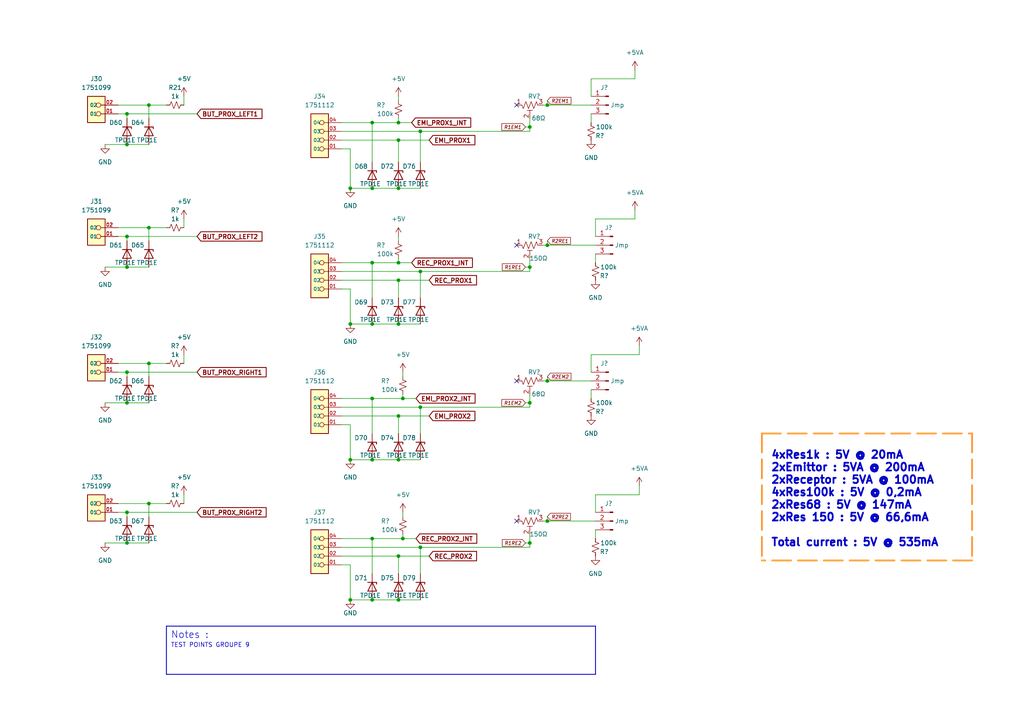
<source format=kicad_sch>
(kicad_sch (version 20211123) (generator eeschema)
  (paper "A4")
  (lib_symbols
    (symbol "Connector:Conn_01x03_Male" (pin_names (offset 1.016) hide)
      (property "Reference" "J" (at 0 5.08 0))
      (property "Value" "Conn_01x03_Male" (at 0 -5.08 0))
      (symbol "Conn_01x03_Male_1_1"
        (polyline (pts (xy 1.27 -2.54) (xy 0.8636 -2.54)) (stroke (width 0.1524)))
        (polyline (pts (xy 1.27 0) (xy 0.8636 0)) (stroke (width 0.1524)))
        (polyline (pts (xy 1.27 2.54) (xy 0.8636 2.54)) (stroke (width 0.1524)))
        (rectangle (start 0.8636 -2.413) (end 0 -2.667) (stroke (width 0.1524)) (fill (type outline)))
        (rectangle (start 0.8636 0.127) (end 0 -0.127) (stroke (width 0.1524)) (fill (type outline)))
        (rectangle (start 0.8636 2.667) (end 0 2.413) (stroke (width 0.1524)) (fill (type outline)))
        (pin passive line (at 5.08 2.54 180) (length 3.81) (name "Pin_1") (number "1"))
        (pin passive line (at 5.08 0 180) (length 3.81) (name "Pin_2") (number "2"))
        (pin passive line (at 5.08 -2.54 180) (length 3.81) (name "Pin_3") (number "3"))
      )
    )
    (symbol "Device:D_Zener" (pin_numbers hide) (pin_names (offset 1.016) hide)
      (property "Reference" "D" (at 0 2.54 0))
      (property "Value" "D_Zener" (at 0 -2.54 0))
      (symbol "D_Zener_0_1"
        (polyline (pts (xy 1.27 0) (xy -1.27 0)))
        (polyline (pts (xy -1.27 -1.27) (xy -1.27 1.27) (xy -0.762 1.27)) (stroke (width 0.254)))
        (polyline (pts (xy 1.27 -1.27) (xy 1.27 1.27) (xy -1.27 0) (xy 1.27 -1.27)) (stroke (width 0.254)))
      )
      (symbol "D_Zener_1_1"
        (pin passive line (at -3.81 0 0) (length 2.54) (name "K") (number "1"))
        (pin passive line (at 3.81 0 180) (length 2.54) (name "A") (number "2"))
      )
    )
    (symbol "Device:R_Potentiometer_Trim_US" (pin_names (offset 1.016) hide)
      (property "Reference" "RV" (at -4.445 0 90))
      (property "Value" "R_Potentiometer_Trim_US" (at -2.54 0 90))
      (symbol "R_Potentiometer_Trim_US_0_1"
        (polyline (pts (xy 0 -2.286) (xy 0 -2.54)))
        (polyline (pts (xy 0 2.286) (xy 0 2.54)))
        (polyline (pts (xy 1.524 0.762) (xy 1.524 -0.762)))
        (polyline (pts (xy 2.54 0) (xy 1.524 0)))
        (polyline (pts (xy 0 -0.762) (xy 1.016 -1.143) (xy 0 -1.524) (xy -1.016 -1.905) (xy 0 -2.286)))
        (polyline (pts (xy 0 0.762) (xy 1.016 0.381) (xy 0 0) (xy -1.016 -0.381) (xy 0 -0.762)))
        (polyline (pts (xy 0 2.286) (xy 1.016 1.905) (xy 0 1.524) (xy -1.016 1.143) (xy 0 0.762)))
      )
      (symbol "R_Potentiometer_Trim_US_1_1"
        (pin passive line (at 0 3.81 270) (length 1.27) (name "1") (number "1"))
        (pin passive line (at 3.81 0 180) (length 1.27) (name "2") (number "2"))
        (pin passive line (at 0 -3.81 90) (length 1.27) (name "3") (number "3"))
      )
    )
    (symbol "Device:R_Small_US" (pin_numbers hide) (pin_names (offset 0.254) hide)
      (property "Reference" "R" (at 0.762 0.508 0))
      (property "Value" "R_Small_US" (at 0.762 -1.016 0))
      (symbol "R_Small_US_1_1"
        (polyline (pts (xy 0 0) (xy 1.016 -0.381) (xy 0 -0.762) (xy -1.016 -1.143) (xy 0 -1.524)))
        (polyline (pts (xy 0 1.524) (xy 1.016 1.143) (xy 0 0.762) (xy -1.016 0.381) (xy 0 0)))
        (pin passive line (at 0 2.54 270) (length 1.016) (name "~") (number "1"))
        (pin passive line (at 0 -2.54 90) (length 1.016) (name "~") (number "2"))
      )
    )
    (symbol "SymLib:1751099" (pin_names (offset 1.016))
      (property "Reference" "J" (at -6.85 5.08 0))
      (property "Value" "1751099" (at -6.35 -5.08 0))
      (symbol "1751099_0_0"
        (rectangle (start -6.35 5.08) (end -1.27 -2.54) (stroke (width 0.254)) (fill (type background)))
        (circle (center -4.445 0) (radius 0.635) (stroke (width 0.1524)))
        (circle (center -4.445 2.54) (radius 0.635) (stroke (width 0.1524)))
        (pin passive line (at -10.16 2.54 0) (length 5.08) (name "01") (number "01"))
        (pin passive line (at -10.16 0 0) (length 5.08) (name "02") (number "02"))
      )
    )
    (symbol "SymLib:1751112" (pin_names (offset 1.016))
      (property "Reference" "J" (at -6.85 7.62 0))
      (property "Value" "1751112" (at -6.35 -7.62 0))
      (symbol "1751112_0_0"
        (rectangle (start -6.35 7.62) (end -1.27 -5.08) (stroke (width 0.254)) (fill (type background)))
        (circle (center -4.445 -2.54) (radius 0.635) (stroke (width 0.1524)))
        (circle (center -4.445 0) (radius 0.635) (stroke (width 0.1524)))
        (circle (center -4.445 2.54) (radius 0.635) (stroke (width 0.1524)))
        (circle (center -4.445 5.08) (radius 0.635) (stroke (width 0.1524)))
        (pin passive line (at -10.16 5.08 0) (length 5.08) (name "01") (number "01"))
        (pin passive line (at -10.16 2.54 0) (length 5.08) (name "02") (number "02"))
        (pin passive line (at -10.16 0 0) (length 5.08) (name "03") (number "03"))
        (pin passive line (at -10.16 -2.54 0) (length 5.08) (name "04") (number "04"))
      )
    )
    (symbol "power:+5V" (power) (pin_names (offset 0))
      (property "Value" "+5V" (at 0 3.556 0))
      (symbol "+5V_0_1"
        (polyline (pts (xy -0.762 1.27) (xy 0 2.54)))
        (polyline (pts (xy 0 0) (xy 0 2.54)))
        (polyline (pts (xy 0 2.54) (xy 0.762 1.27)))
      )
      (symbol "+5V_1_1"
        (pin power_in line (at 0 0 90) (length 0) hide (name "+5V") (number "1"))
      )
    )
    (symbol "power:+5VA" (power) (pin_names (offset 0))
      (property "Value" "+5VA" (at 0 3.556 0))
      (symbol "+5VA_0_1"
        (polyline (pts (xy -0.762 1.27) (xy 0 2.54)))
        (polyline (pts (xy 0 0) (xy 0 2.54)))
        (polyline (pts (xy 0 2.54) (xy 0.762 1.27)))
      )
      (symbol "+5VA_1_1"
        (pin power_in line (at 0 0 90) (length 0) hide (name "+5VA") (number "1"))
      )
    )
    (symbol "power:GND" (power) (pin_names (offset 0))
      (property "Value" "GND" (at 0 -3.81 0))
      (symbol "GND_0_1"
        (polyline (pts (xy 0 0) (xy 0 -1.27) (xy 1.27 -1.27) (xy 0 -2.54) (xy -1.27 -1.27) (xy 0 -1.27)))
      )
      (symbol "GND_1_1"
        (pin power_in line (at 0 0 270) (length 0) hide (name "GND") (number "1"))
      )
    )
  )
  (junction (at 107.95 133.35))
  (junction (at 121.92 78.74))
  (junction (at 36.83 41.91))
  (junction (at 115.57 81.28))
  (junction (at 158.75 30.48))
  (junction (at 115.57 40.64))
  (junction (at 101.6 93.98))
  (junction (at 36.83 77.47))
  (junction (at 153.67 157.48))
  (junction (at 107.95 156.21))
  (junction (at 107.95 54.61))
  (junction (at 121.92 38.1))
  (junction (at 158.75 151.13))
  (junction (at 115.57 35.56))
  (junction (at 36.83 148.59))
  (junction (at 153.67 36.83))
  (junction (at 101.6 173.99))
  (junction (at 158.75 71.12))
  (junction (at 121.92 158.75))
  (junction (at 116.84 156.21))
  (junction (at 43.18 30.48))
  (junction (at 36.83 157.48))
  (junction (at 101.6 54.61))
  (junction (at 107.95 93.98))
  (junction (at 115.57 173.99))
  (junction (at 101.6 133.35))
  (junction (at 115.57 120.65))
  (junction (at 107.95 115.57))
  (junction (at 158.75 110.49))
  (junction (at 107.95 173.99))
  (junction (at 36.83 68.58))
  (junction (at 116.84 115.57))
  (junction (at 115.57 93.98))
  (junction (at 115.57 54.61))
  (junction (at 36.83 33.02))
  (junction (at 107.95 35.56))
  (junction (at 43.18 66.04))
  (junction (at 153.67 77.47))
  (junction (at 36.83 116.84))
  (junction (at 153.67 116.84))
  (junction (at 121.92 118.11))
  (junction (at 43.18 146.05))
  (junction (at 115.57 161.29))
  (junction (at 43.18 105.41))
  (junction (at 115.57 133.35))
  (junction (at 115.57 76.2))
  (junction (at 36.83 107.95))
  (junction (at 107.95 76.2))
  (no_connect (at 149.86 30.48))
  (no_connect (at 149.86 110.49))
  (no_connect (at 149.86 151.13))
  (no_connect (at 149.86 71.12))
  (wire (pts (xy 99.06 83.82) (xy 101.6 83.82)))
  (wire (pts (xy 172.72 143.51) (xy 185.42 143.51)))
  (wire (pts (xy 171.45 33.02) (xy 171.45 35.56)))
  (wire (pts (xy 158.75 69.85) (xy 158.75 71.12)))
  (polyline (pts (xy 281.94 125.73) (xy 281.94 162.56)) (stroke (width 0.5) (type dash) (color 255 148 44 1)))
  (wire (pts (xy 153.67 118.11) (xy 153.67 116.84)))
  (wire (pts (xy 115.57 81.28) (xy 99.06 81.28)))
  (wire (pts (xy 157.48 110.49) (xy 158.75 110.49)))
  (wire (pts (xy 153.67 36.83) (xy 153.67 38.1)))
  (wire (pts (xy 172.72 68.58) (xy 172.72 63.5)))
  (wire (pts (xy 99.06 78.74) (xy 121.92 78.74)))
  (wire (pts (xy 99.06 118.11) (xy 121.92 118.11)))
  (wire (pts (xy 36.83 77.47) (xy 43.18 77.47)))
  (wire (pts (xy 121.92 158.75) (xy 121.92 166.37)))
  (wire (pts (xy 34.29 30.48) (xy 43.18 30.48)))
  (wire (pts (xy 107.95 93.98) (xy 115.57 93.98)))
  (wire (pts (xy 99.06 123.19) (xy 101.6 123.19)))
  (wire (pts (xy 115.57 120.65) (xy 99.06 120.65)))
  (wire (pts (xy 171.45 27.94) (xy 171.45 22.86)))
  (wire (pts (xy 101.6 43.18) (xy 101.6 54.61)))
  (wire (pts (xy 107.95 35.56) (xy 107.95 46.99)))
  (wire (pts (xy 116.84 149.86) (xy 116.84 148.59)))
  (wire (pts (xy 116.84 114.3) (xy 116.84 115.57)))
  (wire (pts (xy 152.4 36.83) (xy 153.67 36.83)))
  (wire (pts (xy 115.57 173.99) (xy 121.92 173.99)))
  (wire (pts (xy 115.57 29.21) (xy 115.57 27.94)))
  (wire (pts (xy 36.83 41.91) (xy 43.18 41.91)))
  (wire (pts (xy 115.57 40.64) (xy 115.57 46.99)))
  (wire (pts (xy 172.72 73.66) (xy 172.72 76.2)))
  (wire (pts (xy 36.83 109.22) (xy 36.83 107.95)))
  (wire (pts (xy 101.6 163.83) (xy 101.6 173.99)))
  (wire (pts (xy 115.57 74.93) (xy 115.57 76.2)))
  (polyline (pts (xy 172.72 181.61) (xy 172.72 195.58)) (stroke (width 0.25) (type solid)))
  (wire (pts (xy 36.83 157.48) (xy 43.18 157.48)))
  (polyline (pts (xy 48.26 181.61) (xy 48.26 195.58)) (stroke (width 0.25) (type solid)))
  (wire (pts (xy 115.57 133.35) (xy 121.92 133.35)))
  (wire (pts (xy 101.6 173.99) (xy 107.95 173.99)))
  (polyline (pts (xy 220.98 125.73) (xy 281.94 125.73)) (stroke (width 0.5) (type dash) (color 255 148 44 1)))
  (wire (pts (xy 107.95 76.2) (xy 99.06 76.2)))
  (wire (pts (xy 107.95 156.21) (xy 107.95 166.37)))
  (wire (pts (xy 36.83 34.29) (xy 36.83 33.02)))
  (wire (pts (xy 53.34 27.94) (xy 53.34 30.48)))
  (wire (pts (xy 107.95 35.56) (xy 99.06 35.56)))
  (wire (pts (xy 101.6 123.19) (xy 101.6 133.35)))
  (wire (pts (xy 116.84 154.94) (xy 116.84 156.21)))
  (wire (pts (xy 124.46 120.65) (xy 115.57 120.65)))
  (wire (pts (xy 34.29 146.05) (xy 43.18 146.05)))
  (wire (pts (xy 157.48 71.12) (xy 158.75 71.12)))
  (wire (pts (xy 30.48 116.84) (xy 36.83 116.84)))
  (wire (pts (xy 115.57 93.98) (xy 121.92 93.98)))
  (wire (pts (xy 101.6 133.35) (xy 107.95 133.35)))
  (wire (pts (xy 115.57 40.64) (xy 99.06 40.64)))
  (wire (pts (xy 107.95 133.35) (xy 115.57 133.35)))
  (wire (pts (xy 99.06 43.18) (xy 101.6 43.18)))
  (wire (pts (xy 36.83 68.58) (xy 34.29 68.58)))
  (wire (pts (xy 153.67 34.29) (xy 153.67 36.83)))
  (wire (pts (xy 36.83 148.59) (xy 34.29 148.59)))
  (wire (pts (xy 57.15 33.02) (xy 36.83 33.02)))
  (wire (pts (xy 171.45 107.95) (xy 171.45 102.87)))
  (wire (pts (xy 158.75 149.86) (xy 158.75 151.13)))
  (wire (pts (xy 158.75 29.21) (xy 158.75 30.48)))
  (wire (pts (xy 121.92 38.1) (xy 121.92 46.99)))
  (wire (pts (xy 43.18 105.41) (xy 48.26 105.41)))
  (wire (pts (xy 36.83 33.02) (xy 34.29 33.02)))
  (wire (pts (xy 185.42 140.97) (xy 185.42 143.51)))
  (wire (pts (xy 30.48 157.48) (xy 36.83 157.48)))
  (polyline (pts (xy 281.94 162.56) (xy 220.98 162.56)) (stroke (width 0.5) (type dash) (color 255 148 44 1)))
  (wire (pts (xy 36.83 116.84) (xy 43.18 116.84)))
  (wire (pts (xy 158.75 110.49) (xy 171.45 110.49)))
  (wire (pts (xy 185.42 100.33) (xy 185.42 102.87)))
  (wire (pts (xy 153.67 77.47) (xy 153.67 74.93)))
  (wire (pts (xy 115.57 161.29) (xy 115.57 166.37)))
  (wire (pts (xy 152.4 77.47) (xy 153.67 77.47)))
  (wire (pts (xy 99.06 38.1) (xy 121.92 38.1)))
  (wire (pts (xy 171.45 113.03) (xy 171.45 115.57)))
  (wire (pts (xy 107.95 115.57) (xy 116.84 115.57)))
  (polyline (pts (xy 220.98 125.73) (xy 220.98 162.56)) (stroke (width 0.5) (type dash) (color 255 148 44 1)))
  (wire (pts (xy 107.95 76.2) (xy 115.57 76.2)))
  (wire (pts (xy 57.15 148.59) (xy 36.83 148.59)))
  (wire (pts (xy 115.57 81.28) (xy 115.57 86.36)))
  (wire (pts (xy 36.83 69.85) (xy 36.83 68.58)))
  (wire (pts (xy 121.92 158.75) (xy 153.67 158.75)))
  (wire (pts (xy 152.4 116.84) (xy 153.67 116.84)))
  (wire (pts (xy 124.46 40.64) (xy 115.57 40.64)))
  (wire (pts (xy 101.6 54.61) (xy 107.95 54.61)))
  (wire (pts (xy 43.18 146.05) (xy 43.18 149.86)))
  (wire (pts (xy 184.15 60.96) (xy 184.15 63.5)))
  (wire (pts (xy 34.29 105.41) (xy 43.18 105.41)))
  (wire (pts (xy 43.18 66.04) (xy 48.26 66.04)))
  (wire (pts (xy 107.95 115.57) (xy 99.06 115.57)))
  (wire (pts (xy 157.48 30.48) (xy 158.75 30.48)))
  (wire (pts (xy 107.95 76.2) (xy 107.95 86.36)))
  (wire (pts (xy 53.34 143.51) (xy 53.34 146.05)))
  (wire (pts (xy 115.57 35.56) (xy 119.38 35.56)))
  (wire (pts (xy 152.4 157.48) (xy 153.67 157.48)))
  (wire (pts (xy 53.34 102.87) (xy 53.34 105.41)))
  (wire (pts (xy 124.46 81.28) (xy 115.57 81.28)))
  (wire (pts (xy 43.18 66.04) (xy 43.18 69.85)))
  (wire (pts (xy 34.29 66.04) (xy 43.18 66.04)))
  (wire (pts (xy 30.48 41.91) (xy 36.83 41.91)))
  (wire (pts (xy 158.75 30.48) (xy 171.45 30.48)))
  (wire (pts (xy 171.45 22.86) (xy 184.15 22.86)))
  (wire (pts (xy 121.92 38.1) (xy 153.67 38.1)))
  (wire (pts (xy 115.57 54.61) (xy 121.92 54.61)))
  (wire (pts (xy 124.46 161.29) (xy 115.57 161.29)))
  (polyline (pts (xy 48.26 181.61) (xy 172.72 181.61)) (stroke (width 0.25) (type solid)))
  (wire (pts (xy 57.15 107.95) (xy 36.83 107.95)))
  (wire (pts (xy 107.95 54.61) (xy 115.57 54.61)))
  (wire (pts (xy 153.67 157.48) (xy 153.67 154.94)))
  (wire (pts (xy 43.18 146.05) (xy 48.26 146.05)))
  (wire (pts (xy 116.84 109.22) (xy 116.84 107.95)))
  (wire (pts (xy 57.15 68.58) (xy 36.83 68.58)))
  (wire (pts (xy 172.72 153.67) (xy 172.72 156.21)))
  (wire (pts (xy 115.57 34.29) (xy 115.57 35.56)))
  (wire (pts (xy 101.6 83.82) (xy 101.6 93.98)))
  (wire (pts (xy 158.75 151.13) (xy 172.72 151.13)))
  (wire (pts (xy 153.67 116.84) (xy 153.67 114.3)))
  (wire (pts (xy 115.57 161.29) (xy 99.06 161.29)))
  (wire (pts (xy 157.48 151.13) (xy 158.75 151.13)))
  (wire (pts (xy 172.72 63.5) (xy 184.15 63.5)))
  (wire (pts (xy 116.84 115.57) (xy 120.65 115.57)))
  (wire (pts (xy 121.92 78.74) (xy 121.92 86.36)))
  (wire (pts (xy 99.06 163.83) (xy 101.6 163.83)))
  (wire (pts (xy 36.83 149.86) (xy 36.83 148.59)))
  (wire (pts (xy 107.95 115.57) (xy 107.95 125.73)))
  (wire (pts (xy 121.92 118.11) (xy 121.92 125.73)))
  (wire (pts (xy 99.06 158.75) (xy 121.92 158.75)))
  (wire (pts (xy 184.15 20.32) (xy 184.15 22.86)))
  (wire (pts (xy 121.92 118.11) (xy 153.67 118.11)))
  (wire (pts (xy 158.75 109.22) (xy 158.75 110.49)))
  (wire (pts (xy 36.83 107.95) (xy 34.29 107.95)))
  (wire (pts (xy 115.57 120.65) (xy 115.57 125.73)))
  (wire (pts (xy 158.75 71.12) (xy 172.72 71.12)))
  (wire (pts (xy 107.95 35.56) (xy 115.57 35.56)))
  (wire (pts (xy 53.34 63.5) (xy 53.34 66.04)))
  (wire (pts (xy 171.45 102.87) (xy 185.42 102.87)))
  (wire (pts (xy 172.72 148.59) (xy 172.72 143.51)))
  (wire (pts (xy 107.95 173.99) (xy 115.57 173.99)))
  (wire (pts (xy 153.67 78.74) (xy 153.67 77.47)))
  (wire (pts (xy 107.95 156.21) (xy 99.06 156.21)))
  (wire (pts (xy 153.67 158.75) (xy 153.67 157.48)))
  (wire (pts (xy 30.48 77.47) (xy 36.83 77.47)))
  (wire (pts (xy 43.18 30.48) (xy 48.26 30.48)))
  (wire (pts (xy 107.95 156.21) (xy 116.84 156.21)))
  (wire (pts (xy 43.18 30.48) (xy 43.18 34.29)))
  (polyline (pts (xy 172.72 195.58) (xy 48.26 195.58)) (stroke (width 0.25) (type solid)))
  (wire (pts (xy 116.84 156.21) (xy 120.65 156.21)))
  (wire (pts (xy 121.92 78.74) (xy 153.67 78.74)))
  (wire (pts (xy 115.57 69.85) (xy 115.57 68.58)))
  (wire (pts (xy 115.57 76.2) (xy 119.38 76.2)))
  (wire (pts (xy 43.18 105.41) (xy 43.18 109.22)))
  (wire (pts (xy 101.6 93.98) (xy 107.95 93.98)))
  (text "Notes :" (at 49.53 185.42 0) (effects (font (size 2 2)) (justify left bottom)))
  (text "TEST POINTS GROUPE 9" (at 49.53 187.96 0) (effects (font (size 1.27 1.27)) (justify left bottom)))
  (text "4xRes1k : 5V @ 20mA\n2xEmittor : 5VA @ 200mA\n2xReceptor : 5VA @ 100mA\n4xRes100k : 5V @ 0,2mA\n2xRes68 : 5V @ 147mA\n2xRes 150 : 5V @ 66,6mA\n\nTotal current : 5V @ 535mA" (at 223.52 158.75 0) (effects (font (size 2.25 2.25) (thickness 0.5) bold) (justify left bottom)))
  (global_label "REC_PROX1" (shape input) (at 124.46 81.28 0) (effects (font (thickness 0.254) bold)) (property "Intersheet References" "${INTERSHEET_REFS}" (effects hide)))
  (global_label "REC_PROX1_INT" (shape input) (at 119.38 76.2 0) (effects (font bold)) (property "Intersheet References" "${INTERSHEET_REFS}" (effects hide)))
  (global_label "R2EM1" (shape input) (at 158.75 29.21 0) (effects (font (size 1 1) italic)) (property "Intersheet References" "${INTERSHEET_REFS}" (effects hide)))
  (global_label "R1RE1" (shape input) (at 152.4 77.47 180) (effects (font (size 1 1) italic)) (property "Intersheet References" "${INTERSHEET_REFS}" (effects hide)))
  (global_label "EMI_PROX1" (shape input) (at 124.46 40.64 0) (effects (font (thickness 0.254) bold)) (property "Intersheet References" "${INTERSHEET_REFS}" (effects hide)))
  (global_label "REC_PROX2_INT" (shape input) (at 120.65 156.21 0) (effects (font bold)) (property "Intersheet References" "${INTERSHEET_REFS}" (effects hide)))
  (global_label "R1RE2" (shape input) (at 152.4 157.48 180) (effects (font (size 1 1) italic)) (property "Intersheet References" "${INTERSHEET_REFS}" (effects hide)))
  (global_label "EMI_PROX2_INT" (shape input) (at 120.65 115.57 0) (effects (font bold)) (property "Intersheet References" "${INTERSHEET_REFS}" (effects hide)))
  (global_label "R2EM2" (shape input) (at 158.75 109.22 0) (effects (font (size 1 1) italic)) (property "Intersheet References" "${INTERSHEET_REFS}" (effects hide)))
  (global_label "R1EM1" (shape input) (at 152.4 36.83 180) (effects (font (size 1 1) italic)) (property "Intersheet References" "${INTERSHEET_REFS}" (effects hide)))
  (global_label "R1EM2" (shape input) (at 152.4 116.84 180) (effects (font (size 1 1) italic)) (property "Intersheet References" "${INTERSHEET_REFS}" (effects hide)))
  (global_label "EMI_PROX2" (shape input) (at 124.46 120.65 0) (effects (font (thickness 0.254) bold)) (property "Intersheet References" "${INTERSHEET_REFS}" (effects hide)))
  (global_label "BUT_PROX_LEFT1" (shape input) (at 57.15 33.02 0) (effects (font (thickness 0.254) bold)) (property "Intersheet References" "${INTERSHEET_REFS}" (effects hide)))
  (global_label "BUT_PROX_LEFT2" (shape input) (at 57.15 68.58 0) (effects (font (thickness 0.254) bold)) (property "Intersheet References" "${INTERSHEET_REFS}" (effects hide)))
  (global_label "R2RE2" (shape input) (at 158.75 149.86 0) (effects (font (size 1 1) italic)) (property "Intersheet References" "${INTERSHEET_REFS}" (effects hide)))
  (global_label "EMI_PROX1_INT" (shape input) (at 119.38 35.56 0) (effects (font bold)) (property "Intersheet References" "${INTERSHEET_REFS}" (effects hide)))
  (global_label "BUT_PROX_RIGHT1" (shape input) (at 57.15 107.95 0) (effects (font (thickness 0.254) bold)) (property "Intersheet References" "${INTERSHEET_REFS}" (effects hide)))
  (global_label "R2RE1" (shape input) (at 158.75 69.85 0) (effects (font (size 1 1) italic)) (property "Intersheet References" "${INTERSHEET_REFS}" (effects hide)))
  (global_label "REC_PROX2" (shape input) (at 124.46 161.29 0) (effects (font (thickness 0.254) bold)) (property "Intersheet References" "${INTERSHEET_REFS}" (effects hide)))
  (global_label "BUT_PROX_RIGHT2" (shape input) (at 57.15 148.59 0) (effects (font (thickness 0.254) bold)) (property "Intersheet References" "${INTERSHEET_REFS}" (effects hide)))
  (symbol (lib_id "Device:D_Zener") (at 107.95 50.8 270) (unit 1)
    (property "Reference" "D68" (at 106.68 48.26 90) (effects (justify right)))
    (property "Value" "TPD1E" (at 110.49 53.34 90) (effects (justify right)))
    (property "Footprint" "FootPrint:DPY2_TEX" (effects hide))
  )
  (symbol (lib_id "Device:R_Potentiometer_Trim_US") (at 153.67 110.49 90) (mirror x) (unit 1)
    (property "Reference" "RV?" (at 154.94 107.95 90))
    (property "Value" "68Ω" (at 156.21 114.3 90))
    (property "Footprint" "FootPrint:TRIM_3362P-1-102LF" (effects hide))
  )
  (symbol (lib_id "Device:D_Zener") (at 36.83 73.66 270) (unit 1)
    (property "Reference" "D61" (at 35.56 71.12 90) (effects (justify right)))
    (property "Value" "TPD1E" (at 39.37 76.2 90) (effects (justify right)))
    (property "Footprint" "FootPrint:DPY2_TEX" (effects hide))
  )
  (symbol (lib_id "power:GND") (at 30.48 41.91 0) (unit 1)
    (property "Reference" "#PWR073" (effects hide))
    (property "Value" "GND" (at 30.48 46.99 0))
  )
  (symbol (lib_id "Device:D_Zener") (at 115.57 50.8 270) (unit 1)
    (property "Reference" "D72" (at 114.3 48.26 90) (effects (justify right)))
    (property "Value" "TPD1E" (at 118.11 53.34 90) (effects (justify right)))
    (property "Footprint" "FootPrint:DPY2_TEX" (effects hide))
  )
  (symbol (lib_id "SymLib:1751112") (at 88.9 158.75 180) (unit 1)
    (property "Reference" "J37" (at 92.71 148.59 0))
    (property "Value" "1751112" (at 92.71 151.13 0))
    (property "Footprint" "FootPrint:PHOENIX_1751112" (effects hide))
    (property "PARTREV" "03.03.2021" (effects hide))
    (property "STANDARD" "Manufacturer Recommendations" (effects hide))
    (property "MANUFACTURER" "Phoenix Contact" (effects hide))
  )
  (symbol (lib_id "power:+5VA") (at 184.15 60.96 0) (unit 1)
    (property "Reference" "#PWR?" (effects hide))
    (property "Value" "+5VA" (at 184.15 55.88 0))
  )
  (symbol (lib_id "Device:D_Zener") (at 43.18 113.03 270) (unit 1)
    (property "Reference" "D66" (at 41.91 110.49 90) (effects (justify right)))
    (property "Value" "TPD1E" (at 45.72 115.57 90) (effects (justify right)))
    (property "Footprint" "FootPrint:DPY2_TEX" (effects hide))
  )
  (symbol (lib_id "power:+5V") (at 53.34 143.51 0) (unit 1)
    (property "Reference" "#PWR080" (effects hide))
    (property "Value" "+5V" (at 53.34 138.43 0))
  )
  (symbol (lib_id "power:GND") (at 171.45 40.64 0) (unit 1)
    (property "Reference" "#PWR?" (effects hide))
    (property "Value" "GND" (at 171.45 45.72 0))
  )
  (symbol (lib_id "power:+5V") (at 116.84 107.95 0) (unit 1)
    (property "Reference" "#PWR087" (effects hide))
    (property "Value" "+5V" (at 116.84 102.87 0))
  )
  (symbol (lib_id "Device:D_Zener") (at 121.92 129.54 270) (unit 1)
    (property "Reference" "D78" (at 120.65 127 90) (effects (justify right)))
    (property "Value" "TPD1E" (at 124.46 132.08 90) (effects (justify right)))
    (property "Footprint" "FootPrint:DPY2_TEX" (effects hide))
  )
  (symbol (lib_id "power:GND") (at 172.72 161.29 0) (unit 1)
    (property "Reference" "#PWR?" (effects hide))
    (property "Value" "GND" (at 172.72 166.37 0))
  )
  (symbol (lib_id "power:GND") (at 101.6 133.35 0) (unit 1)
    (property "Reference" "#PWR083" (effects hide))
    (property "Value" "GND" (at 101.6 138.43 0))
  )
  (symbol (lib_id "power:+5V") (at 116.84 148.59 0) (unit 1)
    (property "Reference" "#PWR088" (effects hide))
    (property "Value" "+5V" (at 116.84 143.51 0))
  )
  (symbol (lib_id "SymLib:1751099") (at 24.13 105.41 180) (unit 1)
    (property "Reference" "J32" (at 27.94 97.79 0))
    (property "Value" "1751099" (at 27.94 100.33 0))
    (property "Footprint" "FootPrint:PHOENIX_1751099" (effects hide))
    (property "PARTREV" "03.03.2021" (effects hide))
    (property "STANDARD" "Manufacturer Recommendations" (effects hide))
    (property "MANUFACTURER" "Phoenix Contact" (effects hide))
  )
  (symbol (lib_id "Device:D_Zener") (at 43.18 73.66 270) (unit 1)
    (property "Reference" "D65" (at 41.91 71.12 90) (effects (justify right)))
    (property "Value" "TPD1E" (at 45.72 76.2 90) (effects (justify right)))
    (property "Footprint" "FootPrint:DPY2_TEX" (effects hide))
  )
  (symbol (lib_id "Device:D_Zener") (at 121.92 170.18 270) (unit 1)
    (property "Reference" "D79" (at 120.65 167.64 90) (effects (justify right)))
    (property "Value" "TPD1E" (at 124.46 172.72 90) (effects (justify right)))
    (property "Footprint" "FootPrint:DPY2_TEX" (effects hide))
  )
  (symbol (lib_id "power:GND") (at 101.6 93.98 0) (unit 1)
    (property "Reference" "#PWR082" (effects hide))
    (property "Value" "GND" (at 101.6 99.06 0))
  )
  (symbol (lib_id "Device:R_Small_US") (at 50.8 105.41 90) (unit 1)
    (property "Reference" "R?" (at 50.8 100.33 90))
    (property "Value" "1k" (at 50.8 102.87 90))
    (property "Footprint" "Resistor_SMD:R_0805_2012Metric" (effects hide))
  )
  (symbol (lib_id "Device:D_Zener") (at 115.57 170.18 270) (unit 1)
    (property "Reference" "D75" (at 114.3 167.64 90) (effects (justify right)))
    (property "Value" "TPD1E" (at 118.11 172.72 90) (effects (justify right)))
    (property "Footprint" "FootPrint:DPY2_TEX" (effects hide))
  )
  (symbol (lib_id "SymLib:1751099") (at 24.13 146.05 180) (unit 1)
    (property "Reference" "J33" (at 27.94 138.43 0))
    (property "Value" "1751099" (at 27.94 140.97 0))
    (property "Footprint" "FootPrint:PHOENIX_1751099" (effects hide))
    (property "PARTREV" "03.03.2021" (effects hide))
    (property "STANDARD" "Manufacturer Recommendations" (effects hide))
    (property "MANUFACTURER" "Phoenix Contact" (effects hide))
  )
  (symbol (lib_id "power:GND") (at 171.45 120.65 0) (unit 1)
    (property "Reference" "#PWR?" (effects hide))
    (property "Value" "GND" (at 171.45 125.73 0))
  )
  (symbol (lib_id "Device:D_Zener") (at 43.18 153.67 270) (unit 1)
    (property "Reference" "D67" (at 41.91 151.13 90) (effects (justify right)))
    (property "Value" "TPD1E" (at 45.72 156.21 90) (effects (justify right)))
    (property "Footprint" "FootPrint:DPY2_TEX" (effects hide))
  )
  (symbol (lib_id "power:+5VA") (at 184.15 20.32 0) (unit 1)
    (property "Reference" "#PWR?" (effects hide))
    (property "Value" "+5VA" (at 184.15 15.24 0))
  )
  (symbol (lib_id "power:GND") (at 30.48 157.48 0) (unit 1)
    (property "Reference" "#PWR076" (effects hide))
    (property "Value" "GND" (at 30.48 162.56 0))
  )
  (symbol (lib_id "Device:R_Small_US") (at 50.8 30.48 90) (unit 1)
    (property "Reference" "R21" (at 50.8 25.4 90))
    (property "Value" "1k" (at 50.8 27.94 90))
    (property "Footprint" "Resistor_SMD:R_0805_2012Metric" (effects hide))
  )
  (symbol (lib_id "SymLib:1751099") (at 24.13 66.04 180) (unit 1)
    (property "Reference" "J31" (at 27.94 58.42 0))
    (property "Value" "1751099" (at 27.94 60.96 0))
    (property "Footprint" "FootPrint:PHOENIX_1751099" (effects hide))
    (property "PARTREV" "03.03.2021" (effects hide))
    (property "STANDARD" "Manufacturer Recommendations" (effects hide))
    (property "MANUFACTURER" "Phoenix Contact" (effects hide))
  )
  (symbol (lib_id "Device:R_Small_US") (at 116.84 111.76 0) (unit 1)
    (property "Reference" "R?" (at 111.76 110.49 0))
    (property "Value" "100k" (at 113.03 113.03 0))
    (property "Footprint" "Resistor_SMD:R_0805_2012Metric" (effects hide))
  )
  (symbol (lib_id "power:+5V") (at 53.34 102.87 0) (unit 1)
    (property "Reference" "#PWR079" (effects hide))
    (property "Value" "+5V" (at 53.34 97.79 0))
  )
  (symbol (lib_id "Device:R_Small_US") (at 50.8 146.05 90) (unit 1)
    (property "Reference" "R?" (at 50.8 140.97 90))
    (property "Value" "1k" (at 50.8 143.51 90))
    (property "Footprint" "Resistor_SMD:R_0805_2012Metric" (effects hide))
  )
  (symbol (lib_id "power:GND") (at 101.6 173.99 0) (unit 1)
    (property "Reference" "#PWR084" (effects hide))
    (property "Value" "GND" (at 101.6 177.8 0))
  )
  (symbol (lib_id "Device:D_Zener") (at 115.57 90.17 270) (unit 1)
    (property "Reference" "D73" (at 114.3 87.63 90) (effects (justify right)))
    (property "Value" "TPD1E" (at 118.11 92.71 90) (effects (justify right)))
    (property "Footprint" "FootPrint:DPY2_TEX" (effects hide))
  )
  (symbol (lib_id "Device:R_Potentiometer_Trim_US") (at 153.67 71.12 90) (mirror x) (unit 1)
    (property "Reference" "RV?" (at 154.94 68.58 90))
    (property "Value" "150Ω" (at 156.21 74.93 90))
    (property "Footprint" "FootPrint:TRIM_3362P-1-102LF" (effects hide))
  )
  (symbol (lib_id "Device:R_Potentiometer_Trim_US") (at 153.67 151.13 90) (mirror x) (unit 1)
    (property "Reference" "RV?" (at 154.94 148.59 90))
    (property "Value" "150Ω" (at 156.21 154.94 90))
    (property "Footprint" "FootPrint:TRIM_3362P-1-102LF" (effects hide))
  )
  (symbol (lib_id "Device:R_Small_US") (at 171.45 38.1 0) (unit 1)
    (property "Reference" "R?" (at 173.99 39.37 0))
    (property "Value" "100k" (at 175.26 36.83 0))
    (property "Footprint" "Resistor_SMD:R_0805_2012Metric" (effects hide))
  )
  (symbol (lib_id "power:+5V") (at 53.34 27.94 0) (unit 1)
    (property "Reference" "#PWR077" (effects hide))
    (property "Value" "+5V" (at 53.34 22.86 0))
  )
  (symbol (lib_id "power:GND") (at 30.48 77.47 0) (unit 1)
    (property "Reference" "#PWR074" (effects hide))
    (property "Value" "GND" (at 30.48 82.55 0))
  )
  (symbol (lib_id "power:+5V") (at 115.57 68.58 0) (unit 1)
    (property "Reference" "#PWR086" (effects hide))
    (property "Value" "+5V" (at 115.57 63.5 0))
  )
  (symbol (lib_id "Device:R_Small_US") (at 115.57 72.39 0) (unit 1)
    (property "Reference" "R?" (at 110.49 71.12 0))
    (property "Value" "100k" (at 111.76 73.66 0))
    (property "Footprint" "Resistor_SMD:R_0805_2012Metric" (effects hide))
  )
  (symbol (lib_id "power:+5VA") (at 185.42 100.33 0) (unit 1)
    (property "Reference" "#PWR?" (effects hide))
    (property "Value" "+5VA" (at 185.42 95.25 0))
  )
  (symbol (lib_id "Device:D_Zener") (at 36.83 113.03 270) (unit 1)
    (property "Reference" "D62" (at 35.56 110.49 90) (effects (justify right)))
    (property "Value" "TPD1E" (at 39.37 115.57 90) (effects (justify right)))
    (property "Footprint" "FootPrint:DPY2_TEX" (effects hide))
  )
  (symbol (lib_id "Device:D_Zener") (at 107.95 129.54 270) (unit 1)
    (property "Reference" "D70" (at 106.68 127 90) (effects (justify right)))
    (property "Value" "TPD1E" (at 110.49 132.08 90) (effects (justify right)))
    (property "Footprint" "FootPrint:DPY2_TEX" (effects hide))
  )
  (symbol (lib_id "Device:R_Small_US") (at 50.8 66.04 90) (unit 1)
    (property "Reference" "R?" (at 50.8 60.96 90))
    (property "Value" "1k" (at 50.8 63.5 90))
    (property "Footprint" "Resistor_SMD:R_0805_2012Metric" (effects hide))
  )
  (symbol (lib_id "Connector:Conn_01x03_Male") (at 177.8 71.12 0) (mirror y) (unit 1)
    (property "Reference" "J?" (at 176.53 66.04 0))
    (property "Value" "Jmp" (at 180.34 71.12 0))
  )
  (symbol (lib_id "Device:R_Small_US") (at 171.45 118.11 0) (unit 1)
    (property "Reference" "R?" (at 173.99 119.38 0))
    (property "Value" "100k" (at 175.26 116.84 0))
    (property "Footprint" "Resistor_SMD:R_0805_2012Metric" (effects hide))
  )
  (symbol (lib_id "Connector:Conn_01x03_Male") (at 177.8 151.13 0) (mirror y) (unit 1)
    (property "Reference" "J?" (at 176.53 146.05 0))
    (property "Value" "Jmp" (at 180.34 151.13 0))
  )
  (symbol (lib_id "Connector:Conn_01x03_Male") (at 176.53 110.49 0) (mirror y) (unit 1)
    (property "Reference" "J?" (at 175.26 105.41 0))
    (property "Value" "Jmp" (at 179.07 110.49 0))
  )
  (symbol (lib_id "Device:D_Zener") (at 115.57 129.54 270) (unit 1)
    (property "Reference" "D74" (at 114.3 127 90) (effects (justify right)))
    (property "Value" "TPD1E" (at 118.11 132.08 90) (effects (justify right)))
    (property "Footprint" "FootPrint:DPY2_TEX" (effects hide))
  )
  (symbol (lib_id "SymLib:1751112") (at 88.9 38.1 180) (unit 1)
    (property "Reference" "J34" (at 92.71 27.94 0))
    (property "Value" "1751112" (at 92.71 30.48 0))
    (property "Footprint" "FootPrint:PHOENIX_1751112" (effects hide))
    (property "PARTREV" "03.03.2021" (effects hide))
    (property "STANDARD" "Manufacturer Recommendations" (effects hide))
    (property "MANUFACTURER" "Phoenix Contact" (effects hide))
  )
  (symbol (lib_id "Device:R_Small_US") (at 172.72 158.75 0) (unit 1)
    (property "Reference" "R?" (at 175.26 160.02 0))
    (property "Value" "100k" (at 176.53 157.48 0))
    (property "Footprint" "Resistor_SMD:R_0805_2012Metric" (effects hide))
  )
  (symbol (lib_id "power:GND") (at 172.72 81.28 0) (unit 1)
    (property "Reference" "#PWR?" (effects hide))
    (property "Value" "GND" (at 172.72 86.36 0))
  )
  (symbol (lib_id "Device:D_Zener") (at 43.18 38.1 270) (unit 1)
    (property "Reference" "D64" (at 41.91 35.56 90) (effects (justify right)))
    (property "Value" "TPD1E" (at 45.72 40.64 90) (effects (justify right)))
    (property "Footprint" "FootPrint:DPY2_TEX" (effects hide))
  )
  (symbol (lib_id "power:+5V") (at 115.57 27.94 0) (unit 1)
    (property "Reference" "#PWR085" (effects hide))
    (property "Value" "+5V" (at 115.57 22.86 0))
  )
  (symbol (lib_id "Connector:Conn_01x03_Male") (at 176.53 30.48 0) (mirror y) (unit 1)
    (property "Reference" "J?" (at 175.26 25.4 0))
    (property "Value" "Jmp" (at 179.07 30.48 0))
  )
  (symbol (lib_id "Device:D_Zener") (at 107.95 90.17 270) (unit 1)
    (property "Reference" "D69" (at 106.68 87.63 90) (effects (justify right)))
    (property "Value" "TPD1E" (at 110.49 92.71 90) (effects (justify right)))
    (property "Footprint" "FootPrint:DPY2_TEX" (effects hide))
  )
  (symbol (lib_id "Device:D_Zener") (at 36.83 153.67 270) (unit 1)
    (property "Reference" "D63" (at 35.56 151.13 90) (effects (justify right)))
    (property "Value" "TPD1E" (at 39.37 156.21 90) (effects (justify right)))
    (property "Footprint" "FootPrint:DPY2_TEX" (effects hide))
  )
  (symbol (lib_id "SymLib:1751112") (at 88.9 118.11 180) (unit 1)
    (property "Reference" "J36" (at 92.71 107.95 0))
    (property "Value" "1751112" (at 92.71 110.49 0))
    (property "Footprint" "FootPrint:PHOENIX_1751112" (effects hide))
    (property "PARTREV" "03.03.2021" (effects hide))
    (property "STANDARD" "Manufacturer Recommendations" (effects hide))
    (property "MANUFACTURER" "Phoenix Contact" (effects hide))
  )
  (symbol (lib_id "Device:D_Zener") (at 121.92 50.8 270) (unit 1)
    (property "Reference" "D76" (at 120.65 48.26 90) (effects (justify right)))
    (property "Value" "TPD1E" (at 124.46 53.34 90) (effects (justify right)))
    (property "Footprint" "FootPrint:DPY2_TEX" (effects hide))
  )
  (symbol (lib_id "Device:D_Zener") (at 36.83 38.1 270) (unit 1)
    (property "Reference" "D60" (at 35.56 35.56 90) (effects (justify right)))
    (property "Value" "TPD1E" (at 39.37 40.64 90) (effects (justify right)))
    (property "Footprint" "FootPrint:DPY2_TEX" (effects hide))
  )
  (symbol (lib_id "power:GND") (at 30.48 116.84 0) (unit 1)
    (property "Reference" "#PWR075" (effects hide))
    (property "Value" "GND" (at 30.48 121.92 0))
  )
  (symbol (lib_id "SymLib:1751112") (at 88.9 78.74 180) (unit 1)
    (property "Reference" "J35" (at 92.71 68.58 0))
    (property "Value" "1751112" (at 92.71 71.12 0))
    (property "Footprint" "FootPrint:PHOENIX_1751112" (effects hide))
    (property "PARTREV" "03.03.2021" (effects hide))
    (property "STANDARD" "Manufacturer Recommendations" (effects hide))
    (property "MANUFACTURER" "Phoenix Contact" (effects hide))
  )
  (symbol (lib_id "Device:R_Small_US") (at 172.72 78.74 0) (unit 1)
    (property "Reference" "R?" (at 175.26 80.01 0))
    (property "Value" "100k" (at 176.53 77.47 0))
    (property "Footprint" "Resistor_SMD:R_0805_2012Metric" (effects hide))
  )
  (symbol (lib_id "Device:R_Potentiometer_Trim_US") (at 153.67 30.48 90) (mirror x) (unit 1)
    (property "Reference" "RV?" (at 154.94 27.94 90))
    (property "Value" "68Ω" (at 156.21 34.29 90))
    (property "Footprint" "FootPrint:TRIM_3362P-1-102LF" (effects hide))
  )
  (symbol (lib_id "Device:R_Small_US") (at 115.57 31.75 0) (unit 1)
    (property "Reference" "R?" (at 110.49 30.48 0))
    (property "Value" "100k" (at 111.76 33.02 0))
    (property "Footprint" "Resistor_SMD:R_0805_2012Metric" (effects hide))
  )
  (symbol (lib_id "Device:D_Zener") (at 107.95 170.18 270) (unit 1)
    (property "Reference" "D71" (at 106.68 167.64 90) (effects (justify right)))
    (property "Value" "TPD1E" (at 110.49 172.72 90) (effects (justify right)))
    (property "Footprint" "FootPrint:DPY2_TEX" (effects hide))
  )
  (symbol (lib_id "Device:D_Zener") (at 121.92 90.17 270) (unit 1)
    (property "Reference" "D77" (at 120.65 87.63 90) (effects (justify right)))
    (property "Value" "TPD1E" (at 124.46 92.71 90) (effects (justify right)))
    (property "Footprint" "FootPrint:DPY2_TEX" (effects hide))
  )
  (symbol (lib_id "Device:R_Small_US") (at 116.84 152.4 0) (unit 1)
    (property "Reference" "R?" (at 111.76 151.13 0))
    (property "Value" "100k" (at 113.03 153.67 0))
    (property "Footprint" "Resistor_SMD:R_0805_2012Metric" (effects hide))
  )
  (symbol (lib_id "SymLib:1751099") (at 24.13 30.48 180) (unit 1)
    (property "Reference" "J30" (at 27.94 22.86 0))
    (property "Value" "1751099" (at 27.94 25.4 0))
    (property "Footprint" "FootPrint:PHOENIX_1751099" (effects hide))
    (property "PARTREV" "03.03.2021" (effects hide))
    (property "STANDARD" "Manufacturer Recommendations" (effects hide))
    (property "MANUFACTURER" "Phoenix Contact" (effects hide))
  )
  (symbol (lib_id "power:+5VA") (at 185.42 140.97 0) (unit 1)
    (property "Reference" "#PWR?" (effects hide))
    (property "Value" "+5VA" (at 185.42 135.89 0))
  )
  (symbol (lib_id "power:GND") (at 101.6 54.61 0) (unit 1)
    (property "Reference" "#PWR081" (effects hide))
    (property "Value" "GND" (at 101.6 59.69 0))
  )
  (symbol (lib_id "power:+5V") (at 53.34 63.5 0) (unit 1)
    (property "Reference" "#PWR078" (effects hide))
    (property "Value" "+5V" (at 53.34 58.42 0))
  )
)
</source>
